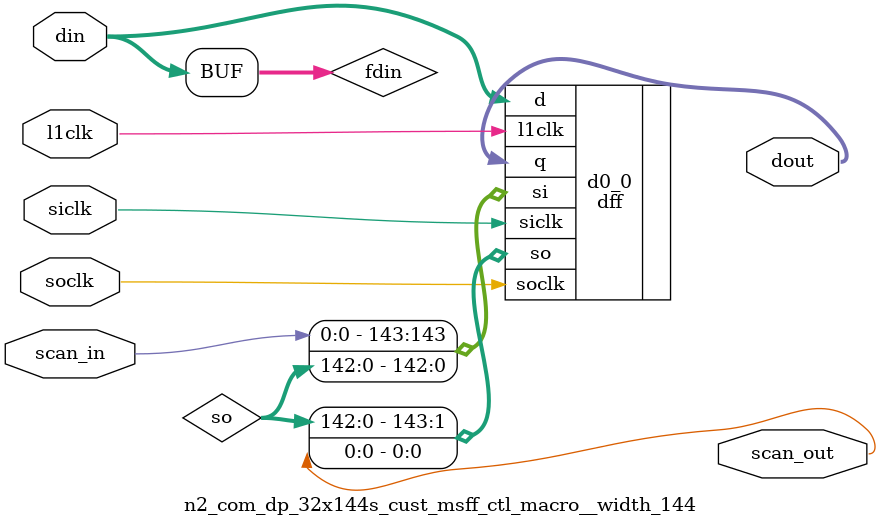
<source format=v>
`define OUTFLOP_n2_com_dp_32x144s_cust  TRUE		



module n2_com_dp_32x144s_cust (
  wr_adr, 
  wr_en, 
  rd_adr, 
  rd_en, 
  din, 
  dout, 
  rdclk, 
  wrclk, 
  scan_in, 
  tcu_pce_ov, 
  tcu_aclk, 
  tcu_bclk, 
  tcu_array_wr_inhibit, 
  tcu_se_scancollar_in, 
  tcu_se_scancollar_out, 
  bist_clk_mux_sel, 
  rd_pce, 
  wr_pce, 
  scan_out);
wire rd_lce;
wire wr_lce;
wire rdclk_in;
wire wrclk_in;
wire rdclk_free;
wire wrclk_free;
wire rdclk_out;
wire dff_wr_addr_scanin;
wire dff_wr_addr_scanout;
wire [4:0] wr_adr_d1;
wire [4:1] dff_rd_addr_scan;
wire dff_rd_addr_scanin;
wire dff_rd_addr_scanout;
wire [4:0] rd_adr_d1;
wire [4:0] rd_adr_mq_l_unused;
wire [4:0] rd_adr_q_unused;
wire [4:0] rd_adr_q_l_unused;
wire dff_rd_en_scanin;
wire dff_rd_en_scanout;
wire rd_en_d1;
wire rd_en_mq_l_unused;
wire rd_en_q_unused;
wire rd_en_q_l_unused;
wire dff_wr_en_scanin;
wire dff_wr_en_scanout;
wire wr_en_d1;
wire [71:1] dff_din_hi_scan;
wire dff_din_hi_scanin;
wire dff_din_hi_scanout;
wire [143:0] din_d1;
wire [71:1] dff_din_lo_scan;
wire dff_din_lo_scanin;
wire dff_din_lo_scanout;
wire wr_inh_;
wire rd_en_d1_qual;
wire wr_en_d1_qual;
wire [143:0] local_dout;
wire dff_dout_scanin;
wire dff_dout_scanout;
		
input	[4:0]	wr_adr;
input			wr_en;
input	[4:0]	rd_adr;
input			rd_en;
input	[143:0] 	din;
output	[143:0]	dout;
input		rdclk;
input		wrclk;
input		scan_in;
input		tcu_pce_ov;
input		tcu_aclk;
input		tcu_bclk;
input		tcu_array_wr_inhibit;
input		tcu_se_scancollar_in;

input		tcu_se_scancollar_out;

input		bist_clk_mux_sel;
input		rd_pce;
input		wr_pce;
output		scan_out;

// synopsys translate_off

wire pce_ov	= tcu_pce_ov;
wire siclk	= tcu_aclk;
wire soclk	= tcu_bclk;
//================================================
// Clock headers
//================================================
cl_mc1_bistlatch_4x rd_pce_lat (
	.l2clk	(rdclk),
	.pce	(rd_pce),
	.pce_ov	(pce_ov),
	.lce	(rd_lce)
);
cl_mc1_bistlatch_4x wr_pce_lat (
	.l2clk	(wrclk),
	.pce	(wr_pce),
	.pce_ov	(pce_ov),
	.lce	(wr_lce)
);
cl_mc1_bistl1hdr_8x rch_in (
        .l2clk  (rdclk), 
        .se     (tcu_se_scancollar_in),
	.clksel	(bist_clk_mux_sel),
	.bistclk(rdclk),
	.lce	(rd_lce),
        .l1clk  (rdclk_in)
);
cl_mc1_bistl1hdr_8x wch_in (
        .l2clk  (wrclk), 
        .se     (tcu_se_scancollar_in),
	.clksel	(bist_clk_mux_sel),
	.bistclk(rdclk),
	.lce	(wr_lce),
        .l1clk  (wrclk_in)
);
cl_mc1_bistl1hdr_8x rch_free (
        .l2clk  (rdclk), 
        .se     (1'b0),
	.clksel	(bist_clk_mux_sel),
	.bistclk(rdclk),
	.lce	(rd_lce),
        .l1clk  (rdclk_free)
);
cl_mc1_bistl1hdr_8x wch_free (
        .l2clk  (wrclk), 
        .se     (1'b0),
	.clksel	(bist_clk_mux_sel),
	.bistclk(rdclk),
	.lce	(wr_lce),
        .l1clk  (wrclk_free)
);

cl_mc1_bistl1hdr_8x rch_out (
        .l2clk  (rdclk), 
        .se     (tcu_se_scancollar_out),
	.clksel	(bist_clk_mux_sel),
	.bistclk(rdclk),
	.lce	(rd_lce),
        .l1clk  (rdclk_out)
);

///////////////////////////////////////////////////////////////
// Flop the inputs                                           //
///////////////////////////////////////////////////////////////
n2_com_dp_32x144s_cust_msff_ctl_macro__width_5 dff_wr_addr  (
	.scan_in	(dff_wr_addr_scanin),
	.scan_out	(dff_wr_addr_scanout),
	.l1clk		(wrclk_in),
	.din		(wr_adr[4:0]),
	.dout		(wr_adr_d1[4:0]),
  .siclk(siclk),
  .soclk(soclk)
);
n2_com_dp_32x144s_cust_sram_msff_mo_macro__fs_1__width_5 dff_rd_addr   (
	.scan_in	({dff_rd_addr_scan[4:1],dff_rd_addr_scanin}),
	.scan_out	({dff_rd_addr_scanout,dff_rd_addr_scan[4:1]}),
	.l1clk		(rdclk_in),
	.and_clk	(rdclk_in),
	.d		(rd_adr[4:0]),
	.mq		(rd_adr_d1[4:0]),
	.mq_l		(rd_adr_mq_l_unused[4:0]),
	.q		(rd_adr_q_unused[4:0]),
	.q_l		(rd_adr_q_l_unused[4:0]),
  .siclk(siclk),
  .soclk(soclk)
);
n2_com_dp_32x144s_cust_sram_msff_mo_macro__width_1 dff_rd_en  (
	.scan_in	(dff_rd_en_scanin),
	.scan_out	(dff_rd_en_scanout),
	.l1clk		(rdclk_in),
	.and_clk	(rdclk_in),
	.d		(rd_en),
	.mq		(rd_en_d1),
	.mq_l		(rd_en_mq_l_unused),
	.q		(rd_en_q_unused),
	.q_l		(rd_en_q_l_unused),
  .siclk(siclk),
  .soclk(soclk)
);
n2_com_dp_32x144s_cust_msff_ctl_macro__width_1 dff_wr_en  (
	.scan_in	(dff_wr_en_scanin),
	.scan_out	(dff_wr_en_scanout),
	.l1clk		(wrclk_in),
	.din		(wr_en),
	.dout		(wr_en_d1),
  .siclk(siclk),
  .soclk(soclk)
);
n2_com_dp_32x144s_cust_msff_ctl_macro__fs_1__width_72 dff_din_hi   (
	.scan_in	({dff_din_hi_scan[71:1],dff_din_hi_scanin}),
	.scan_out	({dff_din_hi_scanout,dff_din_hi_scan[71:1]}),
	.l1clk		(wrclk_in),
	.din		(din[143:72]),
	.dout		(din_d1[143:72]),
  .siclk(siclk),
  .soclk(soclk)
);
n2_com_dp_32x144s_cust_msff_ctl_macro__fs_1__width_72 dff_din_lo   (
	.scan_in	({dff_din_lo_scan[71:1],dff_din_lo_scanin}),
	.scan_out	({dff_din_lo_scanout,dff_din_lo_scan[71:1]}),
	.l1clk		(wrclk_in),
	.din		(din[71:0]),
	.dout		(din_d1[71:0]),
  .siclk(siclk),
  .soclk(soclk)
);
n2_com_dp_32x144s_cust_inv_macro__width_1 wr_inh_inv  (
	.din		(tcu_array_wr_inhibit),
	.dout		(wr_inh_)
);
n2_com_dp_32x144s_cust_and_macro__width_2 enable_qual  (
	.din0		({2{wr_inh_}}),
	.din1		({rd_en_d1,wr_en_d1}),
	.dout		({rd_en_d1_qual,wr_en_d1_qual})
);
n2_com_dp_32x144s_cust_n2_com_array_macro__rows_32__width_144__z_array array    (
	.rclk	(rdclk_free),
	.wclk	(wrclk_free),
	.wr_adr (wr_adr_d1[4:0]),
	.wr_en	(wr_en_d1_qual),
	.rd_adr (rd_adr_d1[4:0]),
	.rd_en	(rd_en_d1_qual),
	.din	(din_d1[143:0]),
	.dout	(local_dout[143:0])
);

n2_com_dp_32x144s_cust_msff_ctl_macro__width_144 dff_dout  (
	.scan_in	(dff_dout_scanin),
	.scan_out	(dff_dout_scanout),
	.l1clk		(rdclk_out),
	.din		(local_dout[143:0]),
	.dout		(dout[143:0]),
  .siclk(siclk),
  .soclk(soclk)
);


supply0 vss;
supply1 vdd;

// fixscan start:
assign dff_din_lo_scanin          = scan_in                  ;
assign dff_wr_addr_scanin         = dff_din_lo_scanout       ;
assign dff_rd_addr_scanin         = dff_wr_addr_scanout      ;
assign dff_wr_en_scanin           = dff_rd_addr_scanout      ;
assign dff_rd_en_scanin           = dff_wr_en_scanout        ;
assign dff_din_hi_scanin          = dff_rd_en_scanout        ;
assign dff_dout_scanin            = dff_din_hi_scanout       ;
assign scan_out                   = dff_dout_scanout         ;
// fixscan end:

// synopsys translate_on

endmodule







// any PARAMS parms go into naming of macro

module n2_com_dp_32x144s_cust_msff_ctl_macro__width_5 (
  din, 
  l1clk, 
  scan_in, 
  siclk, 
  soclk, 
  dout, 
  scan_out);
wire [4:0] fdin;
wire [3:0] so;

  input [4:0] din;
  input l1clk;
  input scan_in;


  input siclk;
  input soclk;

  output [4:0] dout;
  output scan_out;
assign fdin[4:0] = din[4:0];






dff #(5)  d0_0 (
.l1clk(l1clk),
.siclk(siclk),
.soclk(soclk),
.d(fdin[4:0]),
.si({scan_in,so[3:0]}),
.so({so[3:0],scan_out}),
.q(dout[4:0])
);












endmodule









//
//   macro for cl_mc1_sram_msff_mo_{16,8,4}x flops
//
//





module n2_com_dp_32x144s_cust_sram_msff_mo_macro__fs_1__width_5 (
  d, 
  scan_in, 
  l1clk, 
  and_clk, 
  siclk, 
  soclk, 
  mq, 
  mq_l, 
  scan_out, 
  q, 
  q_l);
input [4:0] d;
  input [4:0] scan_in;
input l1clk;
input and_clk;
input siclk;
input soclk;
output [4:0] mq;
output [4:0] mq_l;
  output [4:0] scan_out;
output [4:0] q;
output [4:0] q_l;






new_dlata #(5)  d0_0 (
.d(d[4:0]),
.si(scan_in[4:0]),
.so(scan_out[4:0]),
.l1clk(l1clk),
.and_clk(and_clk),
.siclk(siclk),
.soclk(soclk),
.q(q[4:0]),
.q_l(q_l[4:0]),
.mq(mq[4:0]),
.mq_l(mq_l[4:0])
);










//place::generic_place($width,$stack,$left);

endmodule





//
//   macro for cl_mc1_sram_msff_mo_{16,8,4}x flops
//
//





module n2_com_dp_32x144s_cust_sram_msff_mo_macro__width_1 (
  d, 
  scan_in, 
  l1clk, 
  and_clk, 
  siclk, 
  soclk, 
  mq, 
  mq_l, 
  scan_out, 
  q, 
  q_l);
input [0:0] d;
  input scan_in;
input l1clk;
input and_clk;
input siclk;
input soclk;
output [0:0] mq;
output [0:0] mq_l;
  output scan_out;
output [0:0] q;
output [0:0] q_l;






new_dlata #(1)  d0_0 (
.d(d[0:0]),
.si(scan_in),
.so(scan_out),
.l1clk(l1clk),
.and_clk(and_clk),
.siclk(siclk),
.soclk(soclk),
.q(q[0:0]),
.q_l(q_l[0:0]),
.mq(mq[0:0]),
.mq_l(mq_l[0:0])
);










//place::generic_place($width,$stack,$left);

endmodule









// any PARAMS parms go into naming of macro

module n2_com_dp_32x144s_cust_msff_ctl_macro__width_1 (
  din, 
  l1clk, 
  scan_in, 
  siclk, 
  soclk, 
  dout, 
  scan_out);
wire [0:0] fdin;

  input [0:0] din;
  input l1clk;
  input scan_in;


  input siclk;
  input soclk;

  output [0:0] dout;
  output scan_out;
assign fdin[0:0] = din[0:0];






dff #(1)  d0_0 (
.l1clk(l1clk),
.siclk(siclk),
.soclk(soclk),
.d(fdin[0:0]),
.si(scan_in),
.so(scan_out),
.q(dout[0:0])
);












endmodule













// any PARAMS parms go into naming of macro

module n2_com_dp_32x144s_cust_msff_ctl_macro__fs_1__width_72 (
  din, 
  l1clk, 
  scan_in, 
  siclk, 
  soclk, 
  dout, 
  scan_out);
wire [71:0] fdin;

  input [71:0] din;
  input l1clk;
  input [71:0] scan_in;


  input siclk;
  input soclk;

  output [71:0] dout;
  output [71:0] scan_out;
assign fdin[71:0] = din[71:0];






dff #(72)  d0_0 (
.l1clk(l1clk),
.siclk(siclk),
.soclk(soclk),
.d(fdin[71:0]),
.si(scan_in[71:0]),
.so(scan_out[71:0]),
.q(dout[71:0])
);












endmodule









//
//   invert macro
//
//





module n2_com_dp_32x144s_cust_inv_macro__width_1 (
  din, 
  dout);
  input [0:0] din;
  output [0:0] dout;






inv #(1)  d0_0 (
.in(din[0:0]),
.out(dout[0:0])
);









endmodule





//  
//   and macro for ports = 2,3,4
//
//





module n2_com_dp_32x144s_cust_and_macro__width_2 (
  din0, 
  din1, 
  dout);
  input [1:0] din0;
  input [1:0] din1;
  output [1:0] dout;






and2 #(2)  d0_0 (
.in0(din0[1:0]),
.in1(din1[1:0]),
.out(dout[1:0])
);









endmodule










module n2_com_dp_32x144s_cust_n2_com_array_macro__rows_32__width_144__z_array (
  rclk, 
  wclk, 
  rd_adr, 
  rd_en, 
  wr_en, 
  wr_adr, 
  din, 
  dout);

input		rclk;
input		wclk;
input	[4:0]	rd_adr;
input		rd_en;
input		wr_en;
input	[4:0]	wr_adr;
input	[144-1:0]	din;
output	[144-1:0]	dout; 



reg	[144-1:0]	mem[32-1:0];
reg	[144-1:0]	local_dout;

`ifndef NOINITMEM
// Emulate reset
integer i;
initial begin
 for (i=0; i<32; i=i+1) begin
   mem[i] = 144'b0;
 end
 local_dout = 144'b0;
end
`endif
//////////////////////
// Read/write array
//////////////////////
always @(negedge wclk) begin
   if (wr_en) begin
       mem[wr_adr] <= din;


   end
end
always @(rclk or rd_en or wr_en or rd_adr or wr_adr) begin
   if (rclk) begin
     if (rd_en) begin
         if (wr_en & (wr_adr[4:0] == rd_adr[4:0]))
             local_dout[144-1:0] <= 144'hx;
         else
             local_dout[144-1:0] <= mem[rd_adr] ;
     end
     else
             local_dout[144-1:0] <= ~(144'h0);
  end
end
assign dout[144-1:0] = local_dout[144-1:0];
supply0 vss;
supply1 vdd;




endmodule 






// any PARAMS parms go into naming of macro

module n2_com_dp_32x144s_cust_msff_ctl_macro__width_144 (
  din, 
  l1clk, 
  scan_in, 
  siclk, 
  soclk, 
  dout, 
  scan_out);
wire [143:0] fdin;
wire [142:0] so;

  input [143:0] din;
  input l1clk;
  input scan_in;


  input siclk;
  input soclk;

  output [143:0] dout;
  output scan_out;
assign fdin[143:0] = din[143:0];






dff #(144)  d0_0 (
.l1clk(l1clk),
.siclk(siclk),
.soclk(soclk),
.d(fdin[143:0]),
.si({scan_in,so[142:0]}),
.so({so[142:0],scan_out}),
.q(dout[143:0])
);












endmodule









</source>
